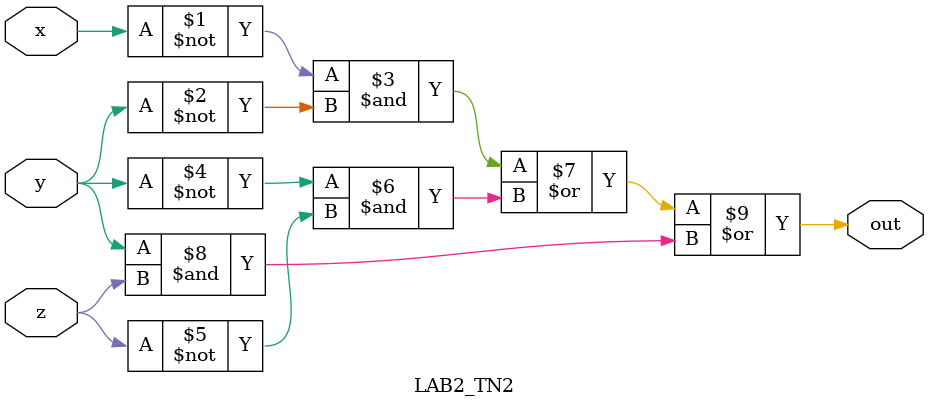
<source format=sv>
module LAB2_TN2(
	input x,y,z, 
  	output out
); 
	

	assign out = (~x&~y)|(~y&~z)|(y&z);
			  
endmodule
</source>
